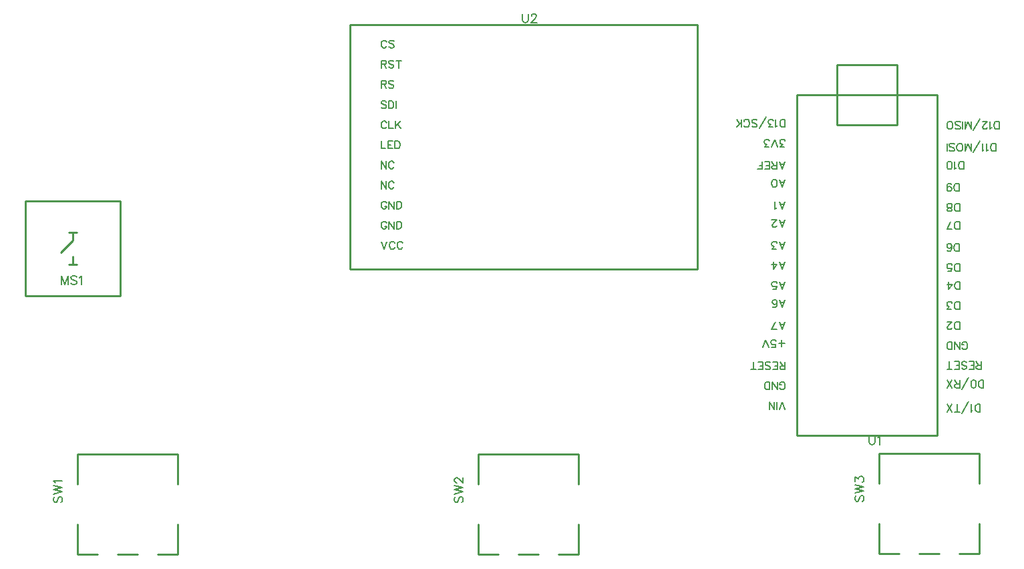
<source format=gto>
G04 Layer: TopSilkLayer*
G04 EasyEDA v5.9.42, Tue, 19 Feb 2019 02:49:18 GMT*
G04 6333967b838042d2a107bc752d40cc6d*
G04 Gerber Generator version 0.2*
G04 Scale: 100 percent, Rotated: No, Reflected: No *
G04 Dimensions in millimeters *
G04 leading zeros omitted , absolute positions ,3 integer and 3 decimal *
%FSLAX33Y33*%
%MOMM*%
G90*
G71D02*

%ADD10C,0.254000*%
%ADD16C,0.152400*%
%ADD17C,0.203200*%

%LPD*%
G54D10*
G01X123063Y72136D02*
G01X105283Y72136D01*
G01X105283Y72136D02*
G01X105283Y28956D01*
G01X105283Y28956D02*
G01X123063Y28956D01*
G01X123063Y28956D02*
G01X123063Y72136D01*
G01X117983Y68326D02*
G01X117983Y75946D01*
G01X110363Y75946D01*
G01X110363Y68326D01*
G01X117983Y68326D01*
G01X14097Y13843D02*
G01X14097Y17653D01*
G01X14097Y22733D02*
G01X14097Y26543D01*
G01X14097Y26543D02*
G01X26797Y26543D01*
G01X26797Y26543D02*
G01X26797Y22733D01*
G01X26797Y17653D02*
G01X26797Y13843D01*
G01X26797Y13843D02*
G01X24257Y13843D01*
G01X14097Y13843D02*
G01X16637Y13843D01*
G01X19177Y13843D02*
G01X21717Y13843D01*
G01X64897Y13843D02*
G01X64897Y17653D01*
G01X64897Y22733D02*
G01X64897Y26543D01*
G01X64897Y26543D02*
G01X77597Y26543D01*
G01X77597Y26543D02*
G01X77597Y22733D01*
G01X77597Y17653D02*
G01X77597Y13843D01*
G01X77597Y13843D02*
G01X75057Y13843D01*
G01X64897Y13843D02*
G01X67437Y13843D01*
G01X69977Y13843D02*
G01X72517Y13843D01*
G01X115697Y13970D02*
G01X115697Y17780D01*
G01X115697Y22860D02*
G01X115697Y26670D01*
G01X115697Y26670D02*
G01X128397Y26670D01*
G01X128397Y26670D02*
G01X128397Y22860D01*
G01X128397Y17780D02*
G01X128397Y13970D01*
G01X128397Y13970D02*
G01X125857Y13970D01*
G01X115697Y13970D02*
G01X118237Y13970D01*
G01X120777Y13970D02*
G01X123317Y13970D01*
G01X48641Y81026D02*
G01X92640Y81026D01*
G01X92640Y50026D01*
G01X48641Y50026D01*
G01X48641Y81026D01*
G01X19461Y47633D02*
G01X19461Y46633D01*
G01X7462Y46633D01*
G01X7462Y58633D01*
G01X19461Y58633D01*
G01X19461Y47633D01*
G01X13462Y54633D02*
G01X13462Y53633D01*
G01X11961Y52134D01*
G01X13462Y51633D02*
G01X13462Y50633D01*
G01X13961Y50633D02*
G01X12961Y50633D01*
G01X13961Y54633D02*
G01X12961Y54633D01*
G54D16*
G01X114427Y28856D02*
G01X114427Y28079D01*
G01X114477Y27922D01*
G01X114581Y27818D01*
G01X114739Y27767D01*
G01X114843Y27767D01*
G01X114998Y27818D01*
G01X115102Y27922D01*
G01X115153Y28079D01*
G01X115153Y28856D01*
G01X115496Y28651D02*
G01X115600Y28702D01*
G01X115757Y28856D01*
G01X115757Y27767D01*
G54D17*
G01X128490Y31935D02*
G01X128490Y32905D01*
G01X128490Y31935D02*
G01X128168Y31935D01*
G01X128028Y31981D01*
G01X127937Y32072D01*
G01X127891Y32166D01*
G01X127843Y32303D01*
G01X127843Y32534D01*
G01X127891Y32674D01*
G01X127937Y32766D01*
G01X128028Y32857D01*
G01X128168Y32905D01*
G01X128490Y32905D01*
G01X127538Y32120D02*
G01X127447Y32072D01*
G01X127309Y31935D01*
G01X127309Y32905D01*
G01X126171Y31750D02*
G01X127005Y33228D01*
G01X125544Y31935D02*
G01X125544Y32905D01*
G01X125867Y31935D02*
G01X125222Y31935D01*
G01X124917Y31935D02*
G01X124269Y32905D01*
G01X124269Y31935D02*
G01X124917Y32905D01*
G01X103065Y34983D02*
G01X103111Y34889D01*
G01X103205Y34798D01*
G01X103296Y34752D01*
G01X103482Y34752D01*
G01X103573Y34798D01*
G01X103667Y34889D01*
G01X103713Y34983D01*
G01X103759Y35120D01*
G01X103759Y35351D01*
G01X103713Y35491D01*
G01X103667Y35582D01*
G01X103573Y35674D01*
G01X103482Y35722D01*
G01X103296Y35722D01*
G01X103205Y35674D01*
G01X103111Y35582D01*
G01X103065Y35491D01*
G01X103065Y35351D01*
G01X103296Y35351D02*
G01X103065Y35351D01*
G01X102760Y34752D02*
G01X102760Y35722D01*
G01X102760Y34752D02*
G01X102115Y35722D01*
G01X102115Y34752D02*
G01X102115Y35722D01*
G01X101810Y34752D02*
G01X101810Y35722D01*
G01X101810Y34752D02*
G01X101485Y34752D01*
G01X101348Y34798D01*
G01X101257Y34889D01*
G01X101208Y34983D01*
G01X101163Y35120D01*
G01X101163Y35351D01*
G01X101208Y35491D01*
G01X101257Y35582D01*
G01X101348Y35674D01*
G01X101485Y35722D01*
G01X101810Y35722D01*
G01X103342Y40223D02*
G01X103342Y41056D01*
G01X103759Y40640D02*
G01X102928Y40640D01*
G01X102069Y40086D02*
G01X102529Y40086D01*
G01X102577Y40500D01*
G01X102529Y40454D01*
G01X102392Y40408D01*
G01X102252Y40408D01*
G01X102115Y40454D01*
G01X102021Y40548D01*
G01X101975Y40685D01*
G01X101975Y40779D01*
G01X102021Y40916D01*
G01X102115Y41008D01*
G01X102252Y41056D01*
G01X102392Y41056D01*
G01X102529Y41008D01*
G01X102577Y40962D01*
G01X102623Y40871D01*
G01X101671Y40086D02*
G01X101302Y41056D01*
G01X100931Y40086D02*
G01X101302Y41056D01*
G01X130883Y67772D02*
G01X130883Y68742D01*
G01X130883Y67772D02*
G01X130561Y67772D01*
G01X130421Y67818D01*
G01X130329Y67909D01*
G01X130284Y68003D01*
G01X130235Y68140D01*
G01X130235Y68371D01*
G01X130284Y68511D01*
G01X130329Y68602D01*
G01X130421Y68694D01*
G01X130561Y68742D01*
G01X130883Y68742D01*
G01X129931Y67957D02*
G01X129839Y67909D01*
G01X129702Y67772D01*
G01X129702Y68742D01*
G01X129349Y68003D02*
G01X129349Y67957D01*
G01X129303Y67863D01*
G01X129258Y67818D01*
G01X129166Y67772D01*
G01X128981Y67772D01*
G01X128889Y67818D01*
G01X128841Y67863D01*
G01X128795Y67957D01*
G01X128795Y68049D01*
G01X128841Y68140D01*
G01X128935Y68280D01*
G01X129397Y68742D01*
G01X128750Y68742D01*
G01X127614Y67586D02*
G01X128445Y69065D01*
G01X127309Y67772D02*
G01X127309Y68742D01*
G01X127309Y67772D02*
G01X126939Y68742D01*
G01X126570Y67772D02*
G01X126939Y68742D01*
G01X126570Y67772D02*
G01X126570Y68742D01*
G01X126265Y67772D02*
G01X126265Y68742D01*
G01X125313Y67909D02*
G01X125407Y67818D01*
G01X125544Y67772D01*
G01X125730Y67772D01*
G01X125867Y67818D01*
G01X125961Y67909D01*
G01X125961Y68003D01*
G01X125915Y68094D01*
G01X125867Y68140D01*
G01X125775Y68186D01*
G01X125498Y68280D01*
G01X125407Y68326D01*
G01X125359Y68371D01*
G01X125313Y68465D01*
G01X125313Y68602D01*
G01X125407Y68694D01*
G01X125544Y68742D01*
G01X125730Y68742D01*
G01X125867Y68694D01*
G01X125961Y68602D01*
G01X124731Y67772D02*
G01X124825Y67818D01*
G01X124917Y67909D01*
G01X124962Y68003D01*
G01X125008Y68140D01*
G01X125008Y68371D01*
G01X124962Y68511D01*
G01X124917Y68602D01*
G01X124825Y68694D01*
G01X124731Y68742D01*
G01X124546Y68742D01*
G01X124454Y68694D01*
G01X124363Y68602D01*
G01X124317Y68511D01*
G01X124269Y68371D01*
G01X124269Y68140D01*
G01X124317Y68003D01*
G01X124363Y67909D01*
G01X124454Y67818D01*
G01X124546Y67772D01*
G01X124731Y67772D01*
G01X103759Y32212D02*
G01X103390Y33182D01*
G01X103019Y32212D02*
G01X103390Y33182D01*
G01X102715Y32212D02*
G01X102715Y33182D01*
G01X102410Y32212D02*
G01X102410Y33182D01*
G01X102410Y32212D02*
G01X101765Y33182D01*
G01X101765Y32212D02*
G01X101765Y33182D01*
G01X103759Y68026D02*
G01X103759Y68996D01*
G01X103759Y68026D02*
G01X103436Y68026D01*
G01X103296Y68072D01*
G01X103205Y68163D01*
G01X103159Y68257D01*
G01X103111Y68394D01*
G01X103111Y68625D01*
G01X103159Y68765D01*
G01X103205Y68856D01*
G01X103296Y68948D01*
G01X103436Y68996D01*
G01X103759Y68996D01*
G01X102806Y68211D02*
G01X102715Y68163D01*
G01X102577Y68026D01*
G01X102577Y68996D01*
G01X102179Y68026D02*
G01X101671Y68026D01*
G01X101947Y68394D01*
G01X101810Y68394D01*
G01X101716Y68440D01*
G01X101671Y68488D01*
G01X101625Y68625D01*
G01X101625Y68719D01*
G01X101671Y68856D01*
G01X101765Y68948D01*
G01X101902Y68996D01*
G01X102041Y68996D01*
G01X102179Y68948D01*
G01X102224Y68902D01*
G01X102273Y68811D01*
G01X100490Y67840D02*
G01X101320Y69319D01*
G01X99537Y68163D02*
G01X99631Y68072D01*
G01X99768Y68026D01*
G01X99954Y68026D01*
G01X100091Y68072D01*
G01X100185Y68163D01*
G01X100185Y68257D01*
G01X100139Y68348D01*
G01X100091Y68394D01*
G01X99999Y68440D01*
G01X99722Y68534D01*
G01X99631Y68580D01*
G01X99583Y68625D01*
G01X99537Y68719D01*
G01X99537Y68856D01*
G01X99631Y68948D01*
G01X99768Y68996D01*
G01X99954Y68996D01*
G01X100091Y68948D01*
G01X100185Y68856D01*
G01X98539Y68257D02*
G01X98587Y68163D01*
G01X98679Y68072D01*
G01X98770Y68026D01*
G01X98955Y68026D01*
G01X99047Y68072D01*
G01X99141Y68163D01*
G01X99187Y68257D01*
G01X99232Y68394D01*
G01X99232Y68625D01*
G01X99187Y68765D01*
G01X99141Y68856D01*
G01X99047Y68948D01*
G01X98955Y68996D01*
G01X98770Y68996D01*
G01X98679Y68948D01*
G01X98587Y68856D01*
G01X98539Y68765D01*
G01X98234Y68026D02*
G01X98234Y68996D01*
G01X97589Y68026D02*
G01X98234Y68671D01*
G01X98005Y68440D02*
G01X97589Y68996D01*
G01X126171Y40063D02*
G01X126217Y39969D01*
G01X126311Y39878D01*
G01X126403Y39832D01*
G01X126588Y39832D01*
G01X126679Y39878D01*
G01X126773Y39969D01*
G01X126819Y40063D01*
G01X126865Y40200D01*
G01X126865Y40431D01*
G01X126819Y40571D01*
G01X126773Y40662D01*
G01X126679Y40754D01*
G01X126588Y40802D01*
G01X126403Y40802D01*
G01X126311Y40754D01*
G01X126217Y40662D01*
G01X126171Y40571D01*
G01X126171Y40431D01*
G01X126403Y40431D02*
G01X126171Y40431D01*
G01X125867Y39832D02*
G01X125867Y40802D01*
G01X125867Y39832D02*
G01X125222Y40802D01*
G01X125222Y39832D02*
G01X125222Y40802D01*
G01X124917Y39832D02*
G01X124917Y40802D01*
G01X124917Y39832D02*
G01X124592Y39832D01*
G01X124454Y39878D01*
G01X124363Y39969D01*
G01X124315Y40063D01*
G01X124269Y40200D01*
G01X124269Y40431D01*
G01X124315Y40571D01*
G01X124363Y40662D01*
G01X124454Y40754D01*
G01X124592Y40802D01*
G01X124917Y40802D01*
G01X128905Y34983D02*
G01X128905Y35953D01*
G01X128905Y34983D02*
G01X128582Y34983D01*
G01X128442Y35029D01*
G01X128351Y35120D01*
G01X128305Y35214D01*
G01X128257Y35351D01*
G01X128257Y35582D01*
G01X128305Y35722D01*
G01X128351Y35814D01*
G01X128442Y35905D01*
G01X128582Y35953D01*
G01X128905Y35953D01*
G01X127675Y34983D02*
G01X127815Y35029D01*
G01X127906Y35168D01*
G01X127952Y35397D01*
G01X127952Y35537D01*
G01X127906Y35768D01*
G01X127815Y35905D01*
G01X127675Y35953D01*
G01X127584Y35953D01*
G01X127444Y35905D01*
G01X127353Y35768D01*
G01X127307Y35537D01*
G01X127307Y35397D01*
G01X127353Y35168D01*
G01X127444Y35029D01*
G01X127584Y34983D01*
G01X127675Y34983D01*
G01X126171Y34798D02*
G01X127002Y36276D01*
G01X125867Y34983D02*
G01X125867Y35953D01*
G01X125867Y34983D02*
G01X125450Y34983D01*
G01X125310Y35029D01*
G01X125265Y35074D01*
G01X125219Y35168D01*
G01X125219Y35260D01*
G01X125265Y35351D01*
G01X125310Y35397D01*
G01X125450Y35445D01*
G01X125867Y35445D01*
G01X125542Y35445D02*
G01X125219Y35953D01*
G01X124914Y34983D02*
G01X124269Y35953D01*
G01X124269Y34983D02*
G01X124914Y35953D01*
G01X128628Y37338D02*
G01X128628Y38308D01*
G01X128628Y37338D02*
G01X128211Y37338D01*
G01X128074Y37383D01*
G01X128028Y37429D01*
G01X127980Y37523D01*
G01X127980Y37614D01*
G01X128028Y37706D01*
G01X128074Y37752D01*
G01X128211Y37800D01*
G01X128628Y37800D01*
G01X128305Y37800D02*
G01X127980Y38308D01*
G01X127675Y37338D02*
G01X127675Y38308D01*
G01X127675Y37338D02*
G01X127076Y37338D01*
G01X127675Y37800D02*
G01X127307Y37800D01*
G01X127675Y38308D02*
G01X127076Y38308D01*
G01X126126Y37475D02*
G01X126217Y37383D01*
G01X126354Y37338D01*
G01X126540Y37338D01*
G01X126679Y37383D01*
G01X126771Y37475D01*
G01X126771Y37569D01*
G01X126725Y37660D01*
G01X126679Y37706D01*
G01X126585Y37752D01*
G01X126309Y37846D01*
G01X126217Y37891D01*
G01X126171Y37937D01*
G01X126126Y38031D01*
G01X126126Y38168D01*
G01X126217Y38260D01*
G01X126354Y38308D01*
G01X126540Y38308D01*
G01X126679Y38260D01*
G01X126771Y38168D01*
G01X125821Y37338D02*
G01X125821Y38308D01*
G01X125821Y37338D02*
G01X125219Y37338D01*
G01X125821Y37800D02*
G01X125450Y37800D01*
G01X125821Y38308D02*
G01X125219Y38308D01*
G01X124592Y37338D02*
G01X124592Y38308D01*
G01X124914Y37338D02*
G01X124269Y37338D01*
G01X125867Y42372D02*
G01X125867Y43342D01*
G01X125867Y42372D02*
G01X125544Y42372D01*
G01X125404Y42418D01*
G01X125313Y42509D01*
G01X125267Y42603D01*
G01X125219Y42740D01*
G01X125219Y42971D01*
G01X125267Y43111D01*
G01X125313Y43202D01*
G01X125404Y43294D01*
G01X125544Y43342D01*
G01X125867Y43342D01*
G01X124868Y42603D02*
G01X124868Y42557D01*
G01X124823Y42463D01*
G01X124777Y42418D01*
G01X124686Y42372D01*
G01X124500Y42372D01*
G01X124406Y42418D01*
G01X124360Y42463D01*
G01X124315Y42557D01*
G01X124315Y42649D01*
G01X124360Y42740D01*
G01X124454Y42880D01*
G01X124914Y43342D01*
G01X124269Y43342D01*
G01X125867Y44912D02*
G01X125867Y45882D01*
G01X125867Y44912D02*
G01X125544Y44912D01*
G01X125404Y44958D01*
G01X125313Y45049D01*
G01X125267Y45143D01*
G01X125219Y45280D01*
G01X125219Y45511D01*
G01X125267Y45651D01*
G01X125313Y45742D01*
G01X125404Y45834D01*
G01X125544Y45882D01*
G01X125867Y45882D01*
G01X124823Y44912D02*
G01X124315Y44912D01*
G01X124592Y45280D01*
G01X124454Y45280D01*
G01X124360Y45326D01*
G01X124315Y45374D01*
G01X124269Y45511D01*
G01X124269Y45605D01*
G01X124315Y45742D01*
G01X124406Y45834D01*
G01X124546Y45882D01*
G01X124686Y45882D01*
G01X124823Y45834D01*
G01X124868Y45788D01*
G01X124914Y45697D01*
G01X125912Y47452D02*
G01X125912Y48422D01*
G01X125912Y47452D02*
G01X125590Y47452D01*
G01X125450Y47498D01*
G01X125359Y47589D01*
G01X125313Y47683D01*
G01X125265Y47820D01*
G01X125265Y48051D01*
G01X125313Y48191D01*
G01X125359Y48282D01*
G01X125450Y48374D01*
G01X125590Y48422D01*
G01X125912Y48422D01*
G01X124500Y47452D02*
G01X124960Y48097D01*
G01X124269Y48097D01*
G01X124500Y47452D02*
G01X124500Y48422D01*
G01X125867Y49738D02*
G01X125867Y50708D01*
G01X125867Y49738D02*
G01X125544Y49738D01*
G01X125404Y49784D01*
G01X125313Y49875D01*
G01X125267Y49969D01*
G01X125219Y50106D01*
G01X125219Y50337D01*
G01X125267Y50477D01*
G01X125313Y50568D01*
G01X125404Y50660D01*
G01X125544Y50708D01*
G01X125867Y50708D01*
G01X124360Y49738D02*
G01X124823Y49738D01*
G01X124868Y50152D01*
G01X124823Y50106D01*
G01X124686Y50060D01*
G01X124546Y50060D01*
G01X124406Y50106D01*
G01X124315Y50200D01*
G01X124269Y50337D01*
G01X124269Y50431D01*
G01X124315Y50568D01*
G01X124406Y50660D01*
G01X124546Y50708D01*
G01X124686Y50708D01*
G01X124823Y50660D01*
G01X124868Y50614D01*
G01X124914Y50523D01*
G01X125821Y52278D02*
G01X125821Y53248D01*
G01X125821Y52278D02*
G01X125498Y52278D01*
G01X125359Y52324D01*
G01X125267Y52415D01*
G01X125222Y52509D01*
G01X125173Y52646D01*
G01X125173Y52877D01*
G01X125222Y53017D01*
G01X125267Y53108D01*
G01X125359Y53200D01*
G01X125498Y53248D01*
G01X125821Y53248D01*
G01X124315Y52415D02*
G01X124360Y52324D01*
G01X124500Y52278D01*
G01X124592Y52278D01*
G01X124731Y52324D01*
G01X124823Y52463D01*
G01X124868Y52692D01*
G01X124868Y52923D01*
G01X124823Y53108D01*
G01X124731Y53200D01*
G01X124592Y53248D01*
G01X124546Y53248D01*
G01X124409Y53200D01*
G01X124315Y53108D01*
G01X124269Y52971D01*
G01X124269Y52923D01*
G01X124315Y52786D01*
G01X124409Y52692D01*
G01X124546Y52646D01*
G01X124592Y52646D01*
G01X124731Y52692D01*
G01X124823Y52786D01*
G01X124868Y52923D01*
G01X125867Y55072D02*
G01X125867Y56042D01*
G01X125867Y55072D02*
G01X125544Y55072D01*
G01X125404Y55118D01*
G01X125313Y55209D01*
G01X125267Y55303D01*
G01X125219Y55440D01*
G01X125219Y55671D01*
G01X125267Y55811D01*
G01X125313Y55902D01*
G01X125404Y55994D01*
G01X125544Y56042D01*
G01X125867Y56042D01*
G01X124269Y55072D02*
G01X124731Y56042D01*
G01X124914Y55072D02*
G01X124269Y55072D01*
G01X125867Y57358D02*
G01X125867Y58328D01*
G01X125867Y57358D02*
G01X125544Y57358D01*
G01X125404Y57404D01*
G01X125313Y57495D01*
G01X125267Y57589D01*
G01X125219Y57726D01*
G01X125219Y57957D01*
G01X125267Y58097D01*
G01X125313Y58188D01*
G01X125404Y58280D01*
G01X125544Y58328D01*
G01X125867Y58328D01*
G01X124686Y57358D02*
G01X124823Y57404D01*
G01X124868Y57495D01*
G01X124868Y57589D01*
G01X124823Y57680D01*
G01X124731Y57726D01*
G01X124546Y57772D01*
G01X124406Y57820D01*
G01X124315Y57912D01*
G01X124269Y58003D01*
G01X124269Y58143D01*
G01X124315Y58234D01*
G01X124360Y58280D01*
G01X124500Y58328D01*
G01X124686Y58328D01*
G01X124823Y58280D01*
G01X124868Y58234D01*
G01X124914Y58143D01*
G01X124914Y58003D01*
G01X124868Y57912D01*
G01X124777Y57820D01*
G01X124637Y57772D01*
G01X124454Y57726D01*
G01X124360Y57680D01*
G01X124315Y57589D01*
G01X124315Y57495D01*
G01X124360Y57404D01*
G01X124500Y57358D01*
G01X124686Y57358D01*
G01X125821Y59898D02*
G01X125821Y60868D01*
G01X125821Y59898D02*
G01X125498Y59898D01*
G01X125359Y59944D01*
G01X125267Y60035D01*
G01X125222Y60129D01*
G01X125173Y60266D01*
G01X125173Y60497D01*
G01X125222Y60637D01*
G01X125267Y60728D01*
G01X125359Y60820D01*
G01X125498Y60868D01*
G01X125821Y60868D01*
G01X124269Y60220D02*
G01X124315Y60360D01*
G01X124409Y60452D01*
G01X124546Y60497D01*
G01X124592Y60497D01*
G01X124731Y60452D01*
G01X124823Y60360D01*
G01X124868Y60220D01*
G01X124868Y60175D01*
G01X124823Y60035D01*
G01X124731Y59944D01*
G01X124592Y59898D01*
G01X124546Y59898D01*
G01X124409Y59944D01*
G01X124315Y60035D01*
G01X124269Y60220D01*
G01X124269Y60452D01*
G01X124315Y60683D01*
G01X124409Y60820D01*
G01X124546Y60868D01*
G01X124640Y60868D01*
G01X124777Y60820D01*
G01X124823Y60728D01*
G01X126403Y62692D02*
G01X126403Y63662D01*
G01X126403Y62692D02*
G01X126080Y62692D01*
G01X125940Y62738D01*
G01X125849Y62829D01*
G01X125803Y62923D01*
G01X125755Y63060D01*
G01X125755Y63291D01*
G01X125803Y63431D01*
G01X125849Y63522D01*
G01X125940Y63614D01*
G01X126080Y63662D01*
G01X126403Y63662D01*
G01X125450Y62877D02*
G01X125359Y62829D01*
G01X125222Y62692D01*
G01X125222Y63662D01*
G01X124637Y62692D02*
G01X124777Y62738D01*
G01X124868Y62877D01*
G01X124917Y63106D01*
G01X124917Y63246D01*
G01X124868Y63477D01*
G01X124777Y63614D01*
G01X124637Y63662D01*
G01X124546Y63662D01*
G01X124409Y63614D01*
G01X124315Y63477D01*
G01X124269Y63246D01*
G01X124269Y63106D01*
G01X124315Y62877D01*
G01X124409Y62738D01*
G01X124546Y62692D01*
G01X124637Y62692D01*
G01X130467Y64978D02*
G01X130467Y65948D01*
G01X130467Y64978D02*
G01X130144Y64978D01*
G01X130004Y65024D01*
G01X129913Y65115D01*
G01X129867Y65209D01*
G01X129819Y65346D01*
G01X129819Y65577D01*
G01X129867Y65717D01*
G01X129913Y65808D01*
G01X130004Y65900D01*
G01X130144Y65948D01*
G01X130467Y65948D01*
G01X129514Y65163D02*
G01X129423Y65115D01*
G01X129286Y64978D01*
G01X129286Y65948D01*
G01X128981Y65163D02*
G01X128887Y65115D01*
G01X128750Y64978D01*
G01X128750Y65948D01*
G01X127612Y64792D02*
G01X128445Y66271D01*
G01X127307Y64978D02*
G01X127307Y65948D01*
G01X127307Y64978D02*
G01X126939Y65948D01*
G01X126568Y64978D02*
G01X126939Y65948D01*
G01X126568Y64978D02*
G01X126568Y65948D01*
G01X125986Y64978D02*
G01X126080Y65024D01*
G01X126171Y65115D01*
G01X126217Y65209D01*
G01X126263Y65346D01*
G01X126263Y65577D01*
G01X126217Y65717D01*
G01X126171Y65808D01*
G01X126080Y65900D01*
G01X125986Y65948D01*
G01X125803Y65948D01*
G01X125709Y65900D01*
G01X125618Y65808D01*
G01X125572Y65717D01*
G01X125526Y65577D01*
G01X125526Y65346D01*
G01X125572Y65209D01*
G01X125618Y65115D01*
G01X125709Y65024D01*
G01X125803Y64978D01*
G01X125986Y64978D01*
G01X124574Y65115D02*
G01X124665Y65024D01*
G01X124805Y64978D01*
G01X124990Y64978D01*
G01X125128Y65024D01*
G01X125222Y65115D01*
G01X125222Y65209D01*
G01X125173Y65300D01*
G01X125128Y65346D01*
G01X125036Y65392D01*
G01X124759Y65486D01*
G01X124665Y65532D01*
G01X124620Y65577D01*
G01X124574Y65671D01*
G01X124574Y65808D01*
G01X124665Y65900D01*
G01X124805Y65948D01*
G01X124990Y65948D01*
G01X125128Y65900D01*
G01X125222Y65808D01*
G01X124269Y64978D02*
G01X124269Y65948D01*
G01X103667Y65486D02*
G01X103159Y65486D01*
G01X103436Y65854D01*
G01X103296Y65854D01*
G01X103205Y65900D01*
G01X103159Y65948D01*
G01X103111Y66085D01*
G01X103111Y66179D01*
G01X103159Y66316D01*
G01X103251Y66408D01*
G01X103390Y66456D01*
G01X103527Y66456D01*
G01X103667Y66408D01*
G01X103713Y66362D01*
G01X103759Y66271D01*
G01X102806Y65486D02*
G01X102438Y66456D01*
G01X102069Y65486D02*
G01X102438Y66456D01*
G01X101671Y65486D02*
G01X101163Y65486D01*
G01X101439Y65854D01*
G01X101302Y65854D01*
G01X101208Y65900D01*
G01X101163Y65948D01*
G01X101117Y66085D01*
G01X101117Y66179D01*
G01X101163Y66316D01*
G01X101257Y66408D01*
G01X101394Y66456D01*
G01X101533Y66456D01*
G01X101671Y66408D01*
G01X101716Y66362D01*
G01X101765Y66271D01*
G01X103390Y62692D02*
G01X103759Y63662D01*
G01X103390Y62692D02*
G01X103019Y63662D01*
G01X103619Y63337D02*
G01X103159Y63337D01*
G01X102715Y62692D02*
G01X102715Y63662D01*
G01X102715Y62692D02*
G01X102298Y62692D01*
G01X102161Y62738D01*
G01X102115Y62783D01*
G01X102069Y62877D01*
G01X102069Y62969D01*
G01X102115Y63060D01*
G01X102161Y63106D01*
G01X102298Y63154D01*
G01X102715Y63154D01*
G01X102392Y63154D02*
G01X102069Y63662D01*
G01X101765Y62692D02*
G01X101765Y63662D01*
G01X101765Y62692D02*
G01X101163Y62692D01*
G01X101765Y63154D02*
G01X101394Y63154D01*
G01X101765Y63662D02*
G01X101163Y63662D01*
G01X100858Y62692D02*
G01X100858Y63662D01*
G01X100858Y62692D02*
G01X100258Y62692D01*
G01X100858Y63154D02*
G01X100490Y63154D01*
G01X103390Y60406D02*
G01X103759Y61376D01*
G01X103390Y60406D02*
G01X103019Y61376D01*
G01X103619Y61051D02*
G01X103159Y61051D01*
G01X102438Y60406D02*
G01X102577Y60452D01*
G01X102669Y60591D01*
G01X102715Y60820D01*
G01X102715Y60960D01*
G01X102669Y61191D01*
G01X102577Y61328D01*
G01X102438Y61376D01*
G01X102346Y61376D01*
G01X102207Y61328D01*
G01X102115Y61191D01*
G01X102069Y60960D01*
G01X102069Y60820D01*
G01X102115Y60591D01*
G01X102207Y60452D01*
G01X102346Y60406D01*
G01X102438Y60406D01*
G01X103390Y57612D02*
G01X103759Y58582D01*
G01X103390Y57612D02*
G01X103019Y58582D01*
G01X103619Y58257D02*
G01X103159Y58257D01*
G01X102715Y57797D02*
G01X102623Y57749D01*
G01X102483Y57612D01*
G01X102483Y58582D01*
G01X103390Y55326D02*
G01X103759Y56296D01*
G01X103390Y55326D02*
G01X103019Y56296D01*
G01X103619Y55971D02*
G01X103159Y55971D01*
G01X102669Y55557D02*
G01X102669Y55511D01*
G01X102623Y55417D01*
G01X102577Y55372D01*
G01X102483Y55326D01*
G01X102298Y55326D01*
G01X102207Y55372D01*
G01X102161Y55417D01*
G01X102115Y55511D01*
G01X102115Y55603D01*
G01X102161Y55694D01*
G01X102252Y55834D01*
G01X102715Y56296D01*
G01X102069Y56296D01*
G01X103390Y52532D02*
G01X103759Y53502D01*
G01X103390Y52532D02*
G01X103019Y53502D01*
G01X103619Y53177D02*
G01X103159Y53177D01*
G01X102623Y52532D02*
G01X102115Y52532D01*
G01X102392Y52900D01*
G01X102252Y52900D01*
G01X102161Y52946D01*
G01X102115Y52994D01*
G01X102069Y53131D01*
G01X102069Y53225D01*
G01X102115Y53362D01*
G01X102207Y53454D01*
G01X102346Y53502D01*
G01X102483Y53502D01*
G01X102623Y53454D01*
G01X102669Y53408D01*
G01X102715Y53317D01*
G01X103390Y49992D02*
G01X103759Y50962D01*
G01X103390Y49992D02*
G01X103019Y50962D01*
G01X103619Y50637D02*
G01X103159Y50637D01*
G01X102252Y49992D02*
G01X102715Y50637D01*
G01X102021Y50637D01*
G01X102252Y49992D02*
G01X102252Y50962D01*
G01X103390Y47452D02*
G01X103759Y48422D01*
G01X103390Y47452D02*
G01X103019Y48422D01*
G01X103619Y48097D02*
G01X103159Y48097D01*
G01X102161Y47452D02*
G01X102623Y47452D01*
G01X102669Y47866D01*
G01X102623Y47820D01*
G01X102483Y47774D01*
G01X102346Y47774D01*
G01X102207Y47820D01*
G01X102115Y47914D01*
G01X102069Y48051D01*
G01X102069Y48145D01*
G01X102115Y48282D01*
G01X102207Y48374D01*
G01X102346Y48422D01*
G01X102483Y48422D01*
G01X102623Y48374D01*
G01X102669Y48328D01*
G01X102715Y48237D01*
G01X103390Y45166D02*
G01X103759Y46136D01*
G01X103390Y45166D02*
G01X103019Y46136D01*
G01X103619Y45811D02*
G01X103159Y45811D01*
G01X102161Y45303D02*
G01X102207Y45212D01*
G01X102346Y45166D01*
G01X102438Y45166D01*
G01X102577Y45212D01*
G01X102669Y45351D01*
G01X102715Y45580D01*
G01X102715Y45811D01*
G01X102669Y45996D01*
G01X102577Y46088D01*
G01X102438Y46136D01*
G01X102392Y46136D01*
G01X102252Y46088D01*
G01X102161Y45996D01*
G01X102115Y45859D01*
G01X102115Y45811D01*
G01X102161Y45674D01*
G01X102252Y45580D01*
G01X102392Y45534D01*
G01X102438Y45534D01*
G01X102577Y45580D01*
G01X102669Y45674D01*
G01X102715Y45811D01*
G01X103390Y42372D02*
G01X103759Y43342D01*
G01X103390Y42372D02*
G01X103019Y43342D01*
G01X103619Y43017D02*
G01X103159Y43017D01*
G01X102069Y42372D02*
G01X102529Y43342D01*
G01X102715Y42372D02*
G01X102069Y42372D01*
G01X103759Y37292D02*
G01X103759Y38262D01*
G01X103759Y37292D02*
G01X103342Y37292D01*
G01X103205Y37338D01*
G01X103159Y37383D01*
G01X103111Y37477D01*
G01X103111Y37569D01*
G01X103159Y37660D01*
G01X103205Y37706D01*
G01X103342Y37754D01*
G01X103759Y37754D01*
G01X103436Y37754D02*
G01X103111Y38262D01*
G01X102806Y37292D02*
G01X102806Y38262D01*
G01X102806Y37292D02*
G01X102207Y37292D01*
G01X102806Y37754D02*
G01X102438Y37754D01*
G01X102806Y38262D02*
G01X102207Y38262D01*
G01X101257Y37429D02*
G01X101348Y37338D01*
G01X101485Y37292D01*
G01X101671Y37292D01*
G01X101810Y37338D01*
G01X101902Y37429D01*
G01X101902Y37523D01*
G01X101856Y37614D01*
G01X101810Y37660D01*
G01X101716Y37706D01*
G01X101439Y37800D01*
G01X101348Y37846D01*
G01X101302Y37891D01*
G01X101257Y37985D01*
G01X101257Y38122D01*
G01X101348Y38214D01*
G01X101485Y38262D01*
G01X101671Y38262D01*
G01X101810Y38214D01*
G01X101902Y38122D01*
G01X100952Y37292D02*
G01X100952Y38262D01*
G01X100952Y37292D02*
G01X100350Y37292D01*
G01X100952Y37754D02*
G01X100581Y37754D01*
G01X100952Y38262D02*
G01X100350Y38262D01*
G01X99722Y37292D02*
G01X99722Y38262D01*
G01X100045Y37292D02*
G01X99400Y37292D01*
G54D16*
G01X11209Y21173D02*
G01X11107Y21069D01*
G01X11054Y20914D01*
G01X11054Y20706D01*
G01X11107Y20551D01*
G01X11209Y20447D01*
G01X11313Y20447D01*
G01X11417Y20497D01*
G01X11470Y20551D01*
G01X11521Y20655D01*
G01X11625Y20967D01*
G01X11678Y21069D01*
G01X11729Y21122D01*
G01X11833Y21173D01*
G01X11988Y21173D01*
G01X12092Y21069D01*
G01X12146Y20914D01*
G01X12146Y20706D01*
G01X12092Y20551D01*
G01X11988Y20447D01*
G01X11054Y21516D02*
G01X12146Y21777D01*
G01X11054Y22037D02*
G01X12146Y21777D01*
G01X11054Y22037D02*
G01X12146Y22296D01*
G01X11054Y22555D02*
G01X12146Y22296D01*
G01X11262Y22898D02*
G01X11209Y23002D01*
G01X11054Y23159D01*
G01X12146Y23159D01*
G01X62009Y21173D02*
G01X61907Y21069D01*
G01X61854Y20914D01*
G01X61854Y20706D01*
G01X61907Y20551D01*
G01X62009Y20447D01*
G01X62113Y20447D01*
G01X62217Y20497D01*
G01X62270Y20551D01*
G01X62321Y20655D01*
G01X62425Y20967D01*
G01X62478Y21069D01*
G01X62529Y21122D01*
G01X62633Y21173D01*
G01X62788Y21173D01*
G01X62892Y21069D01*
G01X62946Y20914D01*
G01X62946Y20706D01*
G01X62892Y20551D01*
G01X62788Y20447D01*
G01X61854Y21516D02*
G01X62946Y21777D01*
G01X61854Y22037D02*
G01X62946Y21777D01*
G01X61854Y22037D02*
G01X62946Y22296D01*
G01X61854Y22555D02*
G01X62946Y22296D01*
G01X62113Y22951D02*
G01X62062Y22951D01*
G01X61958Y23002D01*
G01X61907Y23055D01*
G01X61854Y23159D01*
G01X61854Y23368D01*
G01X61907Y23469D01*
G01X61958Y23522D01*
G01X62062Y23573D01*
G01X62166Y23573D01*
G01X62270Y23522D01*
G01X62425Y23418D01*
G01X62946Y22898D01*
G01X62946Y23627D01*
G01X112809Y21300D02*
G01X112707Y21196D01*
G01X112654Y21041D01*
G01X112654Y20833D01*
G01X112707Y20678D01*
G01X112809Y20574D01*
G01X112913Y20574D01*
G01X113017Y20624D01*
G01X113070Y20678D01*
G01X113121Y20782D01*
G01X113225Y21094D01*
G01X113278Y21196D01*
G01X113329Y21249D01*
G01X113433Y21300D01*
G01X113588Y21300D01*
G01X113692Y21196D01*
G01X113746Y21041D01*
G01X113746Y20833D01*
G01X113692Y20678D01*
G01X113588Y20574D01*
G01X112654Y21643D02*
G01X113746Y21904D01*
G01X112654Y22164D02*
G01X113746Y21904D01*
G01X112654Y22164D02*
G01X113746Y22423D01*
G01X112654Y22682D02*
G01X113746Y22423D01*
G01X112654Y23129D02*
G01X112654Y23700D01*
G01X113070Y23390D01*
G01X113070Y23545D01*
G01X113121Y23649D01*
G01X113174Y23700D01*
G01X113329Y23754D01*
G01X113433Y23754D01*
G01X113588Y23700D01*
G01X113692Y23596D01*
G01X113746Y23441D01*
G01X113746Y23286D01*
G01X113692Y23129D01*
G01X113642Y23078D01*
G01X113538Y23025D01*
G01X70485Y82369D02*
G01X70485Y81592D01*
G01X70535Y81434D01*
G01X70639Y81330D01*
G01X70797Y81280D01*
G01X70901Y81280D01*
G01X71056Y81330D01*
G01X71160Y81434D01*
G01X71211Y81592D01*
G01X71211Y82369D01*
G01X71607Y82110D02*
G01X71607Y82163D01*
G01X71658Y82268D01*
G01X71711Y82318D01*
G01X71815Y82369D01*
G01X72021Y82369D01*
G01X72125Y82318D01*
G01X72179Y82268D01*
G01X72229Y82163D01*
G01X72229Y82059D01*
G01X72179Y81955D01*
G01X72075Y81798D01*
G01X71554Y81280D01*
G01X72283Y81280D01*
G54D17*
G01X52578Y53503D02*
G01X52941Y52548D01*
G01X53304Y53503D02*
G01X52941Y52548D01*
G01X54287Y53274D02*
G01X54241Y53366D01*
G01X54150Y53457D01*
G01X54058Y53503D01*
G01X53878Y53503D01*
G01X53787Y53457D01*
G01X53695Y53366D01*
G01X53649Y53274D01*
G01X53604Y53140D01*
G01X53604Y52911D01*
G01X53649Y52774D01*
G01X53695Y52685D01*
G01X53787Y52594D01*
G01X53878Y52548D01*
G01X54058Y52548D01*
G01X54150Y52594D01*
G01X54241Y52685D01*
G01X54287Y52774D01*
G01X55267Y53274D02*
G01X55224Y53366D01*
G01X55133Y53457D01*
G01X55041Y53503D01*
G01X54858Y53503D01*
G01X54770Y53457D01*
G01X54678Y53366D01*
G01X54632Y53274D01*
G01X54587Y53140D01*
G01X54587Y52911D01*
G01X54632Y52774D01*
G01X54678Y52685D01*
G01X54770Y52594D01*
G01X54858Y52548D01*
G01X55041Y52548D01*
G01X55133Y52594D01*
G01X55224Y52685D01*
G01X55267Y52774D01*
G01X53258Y55824D02*
G01X53215Y55916D01*
G01X53124Y56007D01*
G01X53032Y56053D01*
G01X52849Y56053D01*
G01X52760Y56007D01*
G01X52669Y55916D01*
G01X52623Y55824D01*
G01X52578Y55690D01*
G01X52578Y55461D01*
G01X52623Y55324D01*
G01X52669Y55235D01*
G01X52760Y55144D01*
G01X52849Y55098D01*
G01X53032Y55098D01*
G01X53124Y55144D01*
G01X53215Y55235D01*
G01X53258Y55324D01*
G01X53258Y55461D01*
G01X53032Y55461D02*
G01X53258Y55461D01*
G01X53560Y56053D02*
G01X53560Y55098D01*
G01X53560Y56053D02*
G01X54195Y55098D01*
G01X54195Y56053D02*
G01X54195Y55098D01*
G01X54495Y56053D02*
G01X54495Y55098D01*
G01X54495Y56053D02*
G01X54813Y56053D01*
G01X54950Y56007D01*
G01X55041Y55916D01*
G01X55087Y55824D01*
G01X55133Y55690D01*
G01X55133Y55461D01*
G01X55087Y55324D01*
G01X55041Y55235D01*
G01X54950Y55144D01*
G01X54813Y55098D01*
G01X54495Y55098D01*
G01X53258Y58374D02*
G01X53215Y58466D01*
G01X53124Y58557D01*
G01X53032Y58603D01*
G01X52849Y58603D01*
G01X52760Y58557D01*
G01X52669Y58466D01*
G01X52623Y58374D01*
G01X52578Y58240D01*
G01X52578Y58011D01*
G01X52623Y57874D01*
G01X52669Y57785D01*
G01X52760Y57694D01*
G01X52849Y57648D01*
G01X53032Y57648D01*
G01X53124Y57694D01*
G01X53215Y57785D01*
G01X53258Y57874D01*
G01X53258Y58011D01*
G01X53032Y58011D02*
G01X53258Y58011D01*
G01X53560Y58603D02*
G01X53560Y57648D01*
G01X53560Y58603D02*
G01X54195Y57648D01*
G01X54195Y58603D02*
G01X54195Y57648D01*
G01X54495Y58603D02*
G01X54495Y57648D01*
G01X54495Y58603D02*
G01X54813Y58603D01*
G01X54950Y58557D01*
G01X55041Y58466D01*
G01X55087Y58374D01*
G01X55133Y58240D01*
G01X55133Y58011D01*
G01X55087Y57874D01*
G01X55041Y57785D01*
G01X54950Y57694D01*
G01X54813Y57648D01*
G01X54495Y57648D01*
G01X52578Y61153D02*
G01X52578Y60198D01*
G01X52578Y61153D02*
G01X53215Y60198D01*
G01X53215Y61153D02*
G01X53215Y60198D01*
G01X54195Y60924D02*
G01X54150Y61016D01*
G01X54058Y61107D01*
G01X53969Y61153D01*
G01X53787Y61153D01*
G01X53695Y61107D01*
G01X53604Y61016D01*
G01X53560Y60924D01*
G01X53515Y60790D01*
G01X53515Y60561D01*
G01X53560Y60424D01*
G01X53604Y60335D01*
G01X53695Y60244D01*
G01X53787Y60198D01*
G01X53969Y60198D01*
G01X54058Y60244D01*
G01X54150Y60335D01*
G01X54195Y60424D01*
G01X52578Y63703D02*
G01X52578Y62748D01*
G01X52578Y63703D02*
G01X53215Y62748D01*
G01X53215Y63703D02*
G01X53215Y62748D01*
G01X54195Y63474D02*
G01X54150Y63566D01*
G01X54058Y63657D01*
G01X53969Y63703D01*
G01X53787Y63703D01*
G01X53695Y63657D01*
G01X53604Y63566D01*
G01X53560Y63474D01*
G01X53515Y63340D01*
G01X53515Y63111D01*
G01X53560Y62974D01*
G01X53604Y62885D01*
G01X53695Y62794D01*
G01X53787Y62748D01*
G01X53969Y62748D01*
G01X54058Y62794D01*
G01X54150Y62885D01*
G01X54195Y62974D01*
G01X52578Y66253D02*
G01X52578Y65298D01*
G01X52578Y65298D02*
G01X53124Y65298D01*
G01X53423Y66253D02*
G01X53423Y65298D01*
G01X53423Y66253D02*
G01X54013Y66253D01*
G01X53423Y65798D02*
G01X53787Y65798D01*
G01X53423Y65298D02*
G01X54013Y65298D01*
G01X54315Y66253D02*
G01X54315Y65298D01*
G01X54315Y66253D02*
G01X54632Y66253D01*
G01X54770Y66207D01*
G01X54858Y66116D01*
G01X54904Y66024D01*
G01X54950Y65890D01*
G01X54950Y65661D01*
G01X54904Y65524D01*
G01X54858Y65435D01*
G01X54770Y65344D01*
G01X54632Y65298D01*
G01X54315Y65298D01*
G01X53258Y68574D02*
G01X53215Y68666D01*
G01X53124Y68757D01*
G01X53032Y68803D01*
G01X52849Y68803D01*
G01X52760Y68757D01*
G01X52669Y68666D01*
G01X52623Y68574D01*
G01X52578Y68440D01*
G01X52578Y68211D01*
G01X52623Y68074D01*
G01X52669Y67985D01*
G01X52760Y67894D01*
G01X52849Y67848D01*
G01X53032Y67848D01*
G01X53124Y67894D01*
G01X53215Y67985D01*
G01X53258Y68074D01*
G01X53560Y68803D02*
G01X53560Y67848D01*
G01X53560Y67848D02*
G01X54104Y67848D01*
G01X54404Y68803D02*
G01X54404Y67848D01*
G01X55041Y68803D02*
G01X54404Y68165D01*
G01X54632Y68394D02*
G01X55041Y67848D01*
G01X53215Y71216D02*
G01X53124Y71307D01*
G01X52986Y71353D01*
G01X52804Y71353D01*
G01X52669Y71307D01*
G01X52578Y71216D01*
G01X52578Y71124D01*
G01X52623Y71033D01*
G01X52669Y70990D01*
G01X52760Y70944D01*
G01X53032Y70853D01*
G01X53124Y70807D01*
G01X53169Y70761D01*
G01X53215Y70670D01*
G01X53215Y70535D01*
G01X53124Y70444D01*
G01X52986Y70398D01*
G01X52804Y70398D01*
G01X52669Y70444D01*
G01X52578Y70535D01*
G01X53515Y71353D02*
G01X53515Y70398D01*
G01X53515Y71353D02*
G01X53832Y71353D01*
G01X53969Y71307D01*
G01X54058Y71216D01*
G01X54104Y71124D01*
G01X54150Y70990D01*
G01X54150Y70761D01*
G01X54104Y70624D01*
G01X54058Y70535D01*
G01X53969Y70444D01*
G01X53832Y70398D01*
G01X53515Y70398D01*
G01X54449Y71353D02*
G01X54449Y70398D01*
G01X52578Y73903D02*
G01X52578Y72948D01*
G01X52578Y73903D02*
G01X52986Y73903D01*
G01X53124Y73857D01*
G01X53169Y73812D01*
G01X53215Y73720D01*
G01X53215Y73629D01*
G01X53169Y73540D01*
G01X53124Y73494D01*
G01X52986Y73448D01*
G01X52578Y73448D01*
G01X52895Y73448D02*
G01X53215Y72948D01*
G01X54150Y73766D02*
G01X54058Y73857D01*
G01X53924Y73903D01*
G01X53741Y73903D01*
G01X53604Y73857D01*
G01X53515Y73766D01*
G01X53515Y73674D01*
G01X53560Y73583D01*
G01X53604Y73540D01*
G01X53695Y73494D01*
G01X53969Y73403D01*
G01X54058Y73357D01*
G01X54104Y73311D01*
G01X54150Y73220D01*
G01X54150Y73085D01*
G01X54058Y72994D01*
G01X53924Y72948D01*
G01X53741Y72948D01*
G01X53604Y72994D01*
G01X53515Y73085D01*
G01X52578Y76453D02*
G01X52578Y75498D01*
G01X52578Y76453D02*
G01X52986Y76453D01*
G01X53124Y76407D01*
G01X53169Y76362D01*
G01X53215Y76270D01*
G01X53215Y76179D01*
G01X53169Y76090D01*
G01X53124Y76044D01*
G01X52986Y75998D01*
G01X52578Y75998D01*
G01X52895Y75998D02*
G01X53215Y75498D01*
G01X54150Y76316D02*
G01X54058Y76407D01*
G01X53924Y76453D01*
G01X53741Y76453D01*
G01X53604Y76407D01*
G01X53515Y76316D01*
G01X53515Y76224D01*
G01X53560Y76133D01*
G01X53604Y76090D01*
G01X53695Y76044D01*
G01X53969Y75953D01*
G01X54058Y75907D01*
G01X54104Y75861D01*
G01X54150Y75770D01*
G01X54150Y75635D01*
G01X54058Y75544D01*
G01X53924Y75498D01*
G01X53741Y75498D01*
G01X53604Y75544D01*
G01X53515Y75635D01*
G01X54770Y76453D02*
G01X54770Y75498D01*
G01X54449Y76453D02*
G01X55087Y76453D01*
G01X53258Y78774D02*
G01X53215Y78866D01*
G01X53124Y78957D01*
G01X53032Y79003D01*
G01X52849Y79003D01*
G01X52760Y78957D01*
G01X52669Y78866D01*
G01X52623Y78774D01*
G01X52578Y78640D01*
G01X52578Y78411D01*
G01X52623Y78274D01*
G01X52669Y78185D01*
G01X52760Y78094D01*
G01X52849Y78048D01*
G01X53032Y78048D01*
G01X53124Y78094D01*
G01X53215Y78185D01*
G01X53258Y78274D01*
G01X54195Y78866D02*
G01X54104Y78957D01*
G01X53969Y79003D01*
G01X53787Y79003D01*
G01X53649Y78957D01*
G01X53560Y78866D01*
G01X53560Y78774D01*
G01X53604Y78683D01*
G01X53649Y78640D01*
G01X53741Y78594D01*
G01X54013Y78503D01*
G01X54104Y78457D01*
G01X54150Y78411D01*
G01X54195Y78320D01*
G01X54195Y78185D01*
G01X54104Y78094D01*
G01X53969Y78048D01*
G01X53787Y78048D01*
G01X53649Y78094D01*
G01X53560Y78185D01*
G54D16*
G01X12065Y49149D02*
G01X12065Y48059D01*
G01X12065Y49149D02*
G01X12481Y48059D01*
G01X12895Y49149D02*
G01X12481Y48059D01*
G01X12895Y49149D02*
G01X12895Y48059D01*
G01X13967Y48994D02*
G01X13863Y49098D01*
G01X13705Y49149D01*
G01X13500Y49149D01*
G01X13342Y49098D01*
G01X13238Y48994D01*
G01X13238Y48889D01*
G01X13291Y48785D01*
G01X13342Y48735D01*
G01X13446Y48681D01*
G01X13759Y48577D01*
G01X13863Y48526D01*
G01X13914Y48473D01*
G01X13967Y48369D01*
G01X13967Y48214D01*
G01X13863Y48110D01*
G01X13705Y48059D01*
G01X13500Y48059D01*
G01X13342Y48110D01*
G01X13238Y48214D01*
G01X14310Y48940D02*
G01X14414Y48994D01*
G01X14569Y49149D01*
G01X14569Y48059D01*
M00*
M02*

</source>
